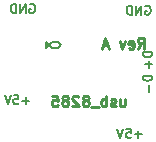
<source format=gbo>
G04 #@! TF.FileFunction,Legend,Bot*
%FSLAX46Y46*%
G04 Gerber Fmt 4.6, Leading zero omitted, Abs format (unit mm)*
G04 Created by KiCad (PCBNEW 4.0.3+e1-6302~38~ubuntu14.04.1-stable) date Wed Aug 31 00:15:06 2016*
%MOMM*%
%LPD*%
G01*
G04 APERTURE LIST*
%ADD10C,0.150000*%
%ADD11C,0.228600*%
%ADD12C,0.200000*%
%ADD13C,0.152400*%
G04 APERTURE END LIST*
D10*
D11*
X57585428Y-29877657D02*
X57890228Y-29442229D01*
X58107943Y-29877657D02*
X58107943Y-28963257D01*
X57759600Y-28963257D01*
X57672514Y-29006800D01*
X57628971Y-29050343D01*
X57585428Y-29137429D01*
X57585428Y-29268057D01*
X57628971Y-29355143D01*
X57672514Y-29398686D01*
X57759600Y-29442229D01*
X58107943Y-29442229D01*
X56845200Y-29834114D02*
X56932286Y-29877657D01*
X57106457Y-29877657D01*
X57193543Y-29834114D01*
X57237086Y-29747029D01*
X57237086Y-29398686D01*
X57193543Y-29311600D01*
X57106457Y-29268057D01*
X56932286Y-29268057D01*
X56845200Y-29311600D01*
X56801657Y-29398686D01*
X56801657Y-29485771D01*
X57237086Y-29572857D01*
X56496857Y-29268057D02*
X56279143Y-29877657D01*
X56061429Y-29268057D01*
X55059943Y-29616400D02*
X54624514Y-29616400D01*
X55147028Y-29877657D02*
X54842228Y-28963257D01*
X54537428Y-29877657D01*
X56094085Y-34170257D02*
X56094085Y-34779857D01*
X56485971Y-34170257D02*
X56485971Y-34649229D01*
X56442428Y-34736314D01*
X56355342Y-34779857D01*
X56224714Y-34779857D01*
X56137628Y-34736314D01*
X56094085Y-34692771D01*
X55702200Y-34736314D02*
X55615114Y-34779857D01*
X55440942Y-34779857D01*
X55353857Y-34736314D01*
X55310314Y-34649229D01*
X55310314Y-34605686D01*
X55353857Y-34518600D01*
X55440942Y-34475057D01*
X55571571Y-34475057D01*
X55658657Y-34431514D01*
X55702200Y-34344429D01*
X55702200Y-34300886D01*
X55658657Y-34213800D01*
X55571571Y-34170257D01*
X55440942Y-34170257D01*
X55353857Y-34213800D01*
X54918428Y-34779857D02*
X54918428Y-33865457D01*
X54918428Y-34213800D02*
X54831342Y-34170257D01*
X54657171Y-34170257D01*
X54570085Y-34213800D01*
X54526542Y-34257343D01*
X54482999Y-34344429D01*
X54482999Y-34605686D01*
X54526542Y-34692771D01*
X54570085Y-34736314D01*
X54657171Y-34779857D01*
X54831342Y-34779857D01*
X54918428Y-34736314D01*
X54308828Y-34866943D02*
X53612142Y-34866943D01*
X53263799Y-34257343D02*
X53350885Y-34213800D01*
X53394428Y-34170257D01*
X53437971Y-34083171D01*
X53437971Y-34039629D01*
X53394428Y-33952543D01*
X53350885Y-33909000D01*
X53263799Y-33865457D01*
X53089628Y-33865457D01*
X53002542Y-33909000D01*
X52958999Y-33952543D01*
X52915456Y-34039629D01*
X52915456Y-34083171D01*
X52958999Y-34170257D01*
X53002542Y-34213800D01*
X53089628Y-34257343D01*
X53263799Y-34257343D01*
X53350885Y-34300886D01*
X53394428Y-34344429D01*
X53437971Y-34431514D01*
X53437971Y-34605686D01*
X53394428Y-34692771D01*
X53350885Y-34736314D01*
X53263799Y-34779857D01*
X53089628Y-34779857D01*
X53002542Y-34736314D01*
X52958999Y-34692771D01*
X52915456Y-34605686D01*
X52915456Y-34431514D01*
X52958999Y-34344429D01*
X53002542Y-34300886D01*
X53089628Y-34257343D01*
X52567114Y-33952543D02*
X52523571Y-33909000D01*
X52436485Y-33865457D01*
X52218771Y-33865457D01*
X52131685Y-33909000D01*
X52088142Y-33952543D01*
X52044599Y-34039629D01*
X52044599Y-34126714D01*
X52088142Y-34257343D01*
X52610656Y-34779857D01*
X52044599Y-34779857D01*
X51522085Y-34257343D02*
X51609171Y-34213800D01*
X51652714Y-34170257D01*
X51696257Y-34083171D01*
X51696257Y-34039629D01*
X51652714Y-33952543D01*
X51609171Y-33909000D01*
X51522085Y-33865457D01*
X51347914Y-33865457D01*
X51260828Y-33909000D01*
X51217285Y-33952543D01*
X51173742Y-34039629D01*
X51173742Y-34083171D01*
X51217285Y-34170257D01*
X51260828Y-34213800D01*
X51347914Y-34257343D01*
X51522085Y-34257343D01*
X51609171Y-34300886D01*
X51652714Y-34344429D01*
X51696257Y-34431514D01*
X51696257Y-34605686D01*
X51652714Y-34692771D01*
X51609171Y-34736314D01*
X51522085Y-34779857D01*
X51347914Y-34779857D01*
X51260828Y-34736314D01*
X51217285Y-34692771D01*
X51173742Y-34605686D01*
X51173742Y-34431514D01*
X51217285Y-34344429D01*
X51260828Y-34300886D01*
X51347914Y-34257343D01*
X50346428Y-33865457D02*
X50781857Y-33865457D01*
X50825400Y-34300886D01*
X50781857Y-34257343D01*
X50694771Y-34213800D01*
X50477057Y-34213800D01*
X50389971Y-34257343D01*
X50346428Y-34300886D01*
X50302885Y-34387971D01*
X50302885Y-34605686D01*
X50346428Y-34692771D01*
X50389971Y-34736314D01*
X50477057Y-34779857D01*
X50694771Y-34779857D01*
X50781857Y-34736314D01*
X50825400Y-34692771D01*
D12*
X50800000Y-29819600D02*
X51054000Y-29565600D01*
X50292000Y-29819600D02*
X50800000Y-29819600D01*
X49784000Y-29311600D02*
X50292000Y-29819600D01*
X49784000Y-29819600D02*
X49784000Y-29311600D01*
X50292000Y-29311600D02*
X49784000Y-29819600D01*
X50800000Y-29311600D02*
X50292000Y-29311600D01*
X51054000Y-29565600D02*
X50800000Y-29311600D01*
D13*
X58787574Y-30159235D02*
X58025574Y-30159235D01*
X58025574Y-30340663D01*
X58061860Y-30449520D01*
X58134431Y-30522092D01*
X58207003Y-30558377D01*
X58352146Y-30594663D01*
X58461003Y-30594663D01*
X58606146Y-30558377D01*
X58678717Y-30522092D01*
X58751289Y-30449520D01*
X58787574Y-30340663D01*
X58787574Y-30159235D01*
X58497289Y-30921235D02*
X58497289Y-31501806D01*
X58787574Y-31211520D02*
X58207003Y-31211520D01*
X58787574Y-32186155D02*
X58025574Y-32186155D01*
X58025574Y-32367583D01*
X58061860Y-32476440D01*
X58134431Y-32549012D01*
X58207003Y-32585297D01*
X58352146Y-32621583D01*
X58461003Y-32621583D01*
X58606146Y-32585297D01*
X58678717Y-32549012D01*
X58751289Y-32476440D01*
X58787574Y-32367583D01*
X58787574Y-32186155D01*
X58497289Y-32948155D02*
X58497289Y-33528726D01*
X58238572Y-26289000D02*
X58311143Y-26252714D01*
X58420000Y-26252714D01*
X58528857Y-26289000D01*
X58601429Y-26361571D01*
X58637714Y-26434143D01*
X58674000Y-26579286D01*
X58674000Y-26688143D01*
X58637714Y-26833286D01*
X58601429Y-26905857D01*
X58528857Y-26978429D01*
X58420000Y-27014714D01*
X58347429Y-27014714D01*
X58238572Y-26978429D01*
X58202286Y-26942143D01*
X58202286Y-26688143D01*
X58347429Y-26688143D01*
X57875714Y-27014714D02*
X57875714Y-26252714D01*
X57440286Y-27014714D01*
X57440286Y-26252714D01*
X57077428Y-27014714D02*
X57077428Y-26252714D01*
X56896000Y-26252714D01*
X56787143Y-26289000D01*
X56714571Y-26361571D01*
X56678286Y-26434143D01*
X56642000Y-26579286D01*
X56642000Y-26688143D01*
X56678286Y-26833286D01*
X56714571Y-26905857D01*
X56787143Y-26978429D01*
X56896000Y-27014714D01*
X57077428Y-27014714D01*
X57926514Y-37138429D02*
X57345943Y-37138429D01*
X57636229Y-37428714D02*
X57636229Y-36848143D01*
X56620228Y-36666714D02*
X56983085Y-36666714D01*
X57019371Y-37029571D01*
X56983085Y-36993286D01*
X56910514Y-36957000D01*
X56729085Y-36957000D01*
X56656514Y-36993286D01*
X56620228Y-37029571D01*
X56583943Y-37102143D01*
X56583943Y-37283571D01*
X56620228Y-37356143D01*
X56656514Y-37392429D01*
X56729085Y-37428714D01*
X56910514Y-37428714D01*
X56983085Y-37392429D01*
X57019371Y-37356143D01*
X56366229Y-36666714D02*
X56112229Y-37428714D01*
X55858229Y-36666714D01*
X48383734Y-34296169D02*
X47803163Y-34296169D01*
X48093449Y-34586454D02*
X48093449Y-34005883D01*
X47077448Y-33824454D02*
X47440305Y-33824454D01*
X47476591Y-34187311D01*
X47440305Y-34151026D01*
X47367734Y-34114740D01*
X47186305Y-34114740D01*
X47113734Y-34151026D01*
X47077448Y-34187311D01*
X47041163Y-34259883D01*
X47041163Y-34441311D01*
X47077448Y-34513883D01*
X47113734Y-34550169D01*
X47186305Y-34586454D01*
X47367734Y-34586454D01*
X47440305Y-34550169D01*
X47476591Y-34513883D01*
X46823449Y-33824454D02*
X46569449Y-34586454D01*
X46315449Y-33824454D01*
X48446872Y-26139140D02*
X48519443Y-26102854D01*
X48628300Y-26102854D01*
X48737157Y-26139140D01*
X48809729Y-26211711D01*
X48846014Y-26284283D01*
X48882300Y-26429426D01*
X48882300Y-26538283D01*
X48846014Y-26683426D01*
X48809729Y-26755997D01*
X48737157Y-26828569D01*
X48628300Y-26864854D01*
X48555729Y-26864854D01*
X48446872Y-26828569D01*
X48410586Y-26792283D01*
X48410586Y-26538283D01*
X48555729Y-26538283D01*
X48084014Y-26864854D02*
X48084014Y-26102854D01*
X47648586Y-26864854D01*
X47648586Y-26102854D01*
X47285728Y-26864854D02*
X47285728Y-26102854D01*
X47104300Y-26102854D01*
X46995443Y-26139140D01*
X46922871Y-26211711D01*
X46886586Y-26284283D01*
X46850300Y-26429426D01*
X46850300Y-26538283D01*
X46886586Y-26683426D01*
X46922871Y-26755997D01*
X46995443Y-26828569D01*
X47104300Y-26864854D01*
X47285728Y-26864854D01*
M02*

</source>
